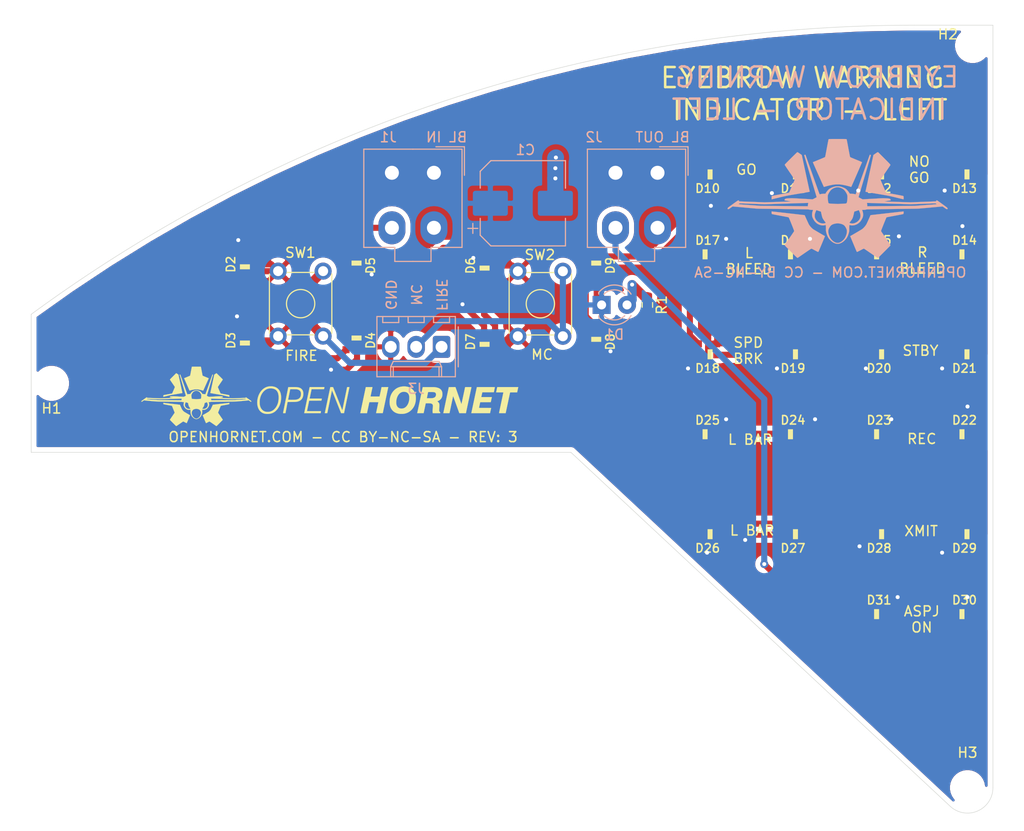
<source format=kicad_pcb>
(kicad_pcb (version 20171130) (host pcbnew "(5.1.9)-1")
  (layers (0 F.Cu signal) (31 B.Cu signal) (34 B.Paste user) (35 F.Paste user) (36 B.SilkS user) (37 F.SilkS user) (38 B.Mask user) (39 F.Mask user) (44 Edge.Cuts user))
  (net 0 "")
  (net 1 GND)
  (net 2 +5V)
  (net 3 "Net-(D1-Pad2)")
  (net 4 /DIN)
  (net 5 "Net-(D2-Pad1)")
  (net 6 "Net-(D3-Pad1)")
  (net 7 "Net-(D4-Pad1)")
  (net 8 "Net-(D5-Pad1)")
  (net 9 "Net-(D6-Pad1)")
  (net 10 "Net-(D7-Pad1)")
  (net 11 "Net-(D8-Pad1)")
  (net 12 /DOUT1)
  (net 13 "Net-(D10-Pad1)")
  (net 14 "Net-(D11-Pad1)")
  (net 15 "Net-(D12-Pad1)")
  (net 16 "Net-(D13-Pad1)")
  (net 17 "Net-(D14-Pad1)")
  (net 18 "Net-(D15-Pad1)")
  (net 19 "Net-(D16-Pad1)")
  (net 20 /DOUT2)
  (net 21 "Net-(D18-Pad1)")
  (net 22 "Net-(D19-Pad1)")
  (net 23 "Net-(D20-Pad1)")
  (net 24 "Net-(D21-Pad1)")
  (net 25 "Net-(D22-Pad1)")
  (net 26 "Net-(D23-Pad1)")
  (net 27 "Net-(D24-Pad1)")
  (net 28 /DOUT3)
  (net 29 "Net-(D26-Pad1)")
  (net 30 "Net-(D27-Pad1)")
  (net 31 "Net-(D28-Pad1)")
  (net 32 "Net-(D29-Pad1)")
  (net 33 "Net-(D30-Pad1)")
  (net 34 /DOUT)
  (net 35 /MC_SW)
  (net 36 /FIRE_SW)
  (module Button_Switch_THT:SW_TH_Tactile_Omron_B3F-10xx (layer F.Cu) (at 154.749499 83.492597 270)
    (fp_text reference SW2 (at -1.6383 2.2987 180) (layer F.SilkS))
    (fp_text value MC (at 8.3312 2.0828 180) (layer F.SilkS))
    (pad 1 thru_hole circle (at 0 0 270) (size 1.7 1.7) (drill 1) (layers *.Cu *.Mask) (net 35 /MC_SW))
    (pad 2 thru_hole circle (at 6.5 0 270) (size 1.7 1.7) (drill 1) (layers *.Cu *.Mask) (net 35 /MC_SW))
    (pad 3 thru_hole circle (at 0 4.5 270) (size 1.7 1.7) (drill 1) (layers *.Cu *.Mask) (net 1 GND))
    (pad 4 thru_hole circle (at 6.5 4.5 270) (size 1.7 1.7) (drill 1) (layers *.Cu *.Mask) (net 1 GND))
  )
  (module Button_Switch_THT:SW_TH_Tactile_Omron_B3F-10xx (layer F.Cu) (at 130.784599 83.479897 270)
    (fp_text reference SW1 (at -1.8415 2.2733 180) (layer F.SilkS))
    (fp_text value FIRE (at 8.4582 2.1717 180) (layer F.SilkS))
    (pad 1 thru_hole circle (at 0 0 270) (size 1.7 1.7) (drill 1) (layers *.Cu *.Mask) (net 36 /FIRE_SW))
    (pad 2 thru_hole circle (at 6.5 0 270) (size 1.7 1.7) (drill 1) (layers *.Cu *.Mask) (net 36 /FIRE_SW))
    (pad 3 thru_hole circle (at 0 4.5 270) (size 1.7 1.7) (drill 1) (layers *.Cu *.Mask) (net 1 GND))
    (pad 4 thru_hole circle (at 6.5 4.5 270) (size 1.7 1.7) (drill 1) (layers *.Cu *.Mask) (net 1 GND))
  )
  (module KiCAD_Libraries:WS2812-2020 (layer F.Cu) (at 186.359799 118.26875 180)
    (fp_text reference D31 (at 0 1.905) (layer F.SilkS) (effects (font (size 0.85 0.85))))
    (fp_text value LED hide)
    (pad 4 smd rect (at -0.915 0.55 180) (size 0.7 0.7) (layers F.Cu F.Paste F.Mask) (net 2 +5V))
    (pad 3 smd rect (at -0.915 -0.55 180) (size 0.7 0.7) (layers F.Cu F.Paste F.Mask) (net 33 "Net-(D30-Pad1)"))
    (pad 2 smd rect (at 0.915 -0.55 180) (size 0.7 0.7) (layers F.Cu F.Paste F.Mask) (net 1 GND))
    (pad 1 smd rect (at 0.915 0.55 180) (size 0.7 0.7) (layers F.Cu F.Paste F.Mask) (net 34 /DOUT))
  )
  (module KiCAD_Libraries:WS2812-2020 (layer F.Cu) (at 194.894199 118.26875 180)
    (fp_text reference D30 (at 0 1.905) (layer F.SilkS) (effects (font (size 0.85 0.85))))
    (fp_text value LED hide)
    (pad 4 smd rect (at -0.915 0.55 180) (size 0.7 0.7) (layers F.Cu F.Paste F.Mask) (net 2 +5V))
    (pad 3 smd rect (at -0.915 -0.55 180) (size 0.7 0.7) (layers F.Cu F.Paste F.Mask) (net 32 "Net-(D29-Pad1)"))
    (pad 2 smd rect (at 0.915 -0.55 180) (size 0.7 0.7) (layers F.Cu F.Paste F.Mask) (net 1 GND))
    (pad 1 smd rect (at 0.915 0.55 180) (size 0.7 0.7) (layers F.Cu F.Paste F.Mask) (net 33 "Net-(D30-Pad1)"))
  )
  (module KiCAD_Libraries:WS2812-2020 (layer F.Cu) (at 194.894199 109.27715)
    (fp_text reference D29 (at 0 1.905) (layer F.SilkS) (effects (font (size 0.85 0.85))))
    (fp_text value LED hide)
    (pad 4 smd rect (at -0.915 0.55) (size 0.7 0.7) (layers F.Cu F.Paste F.Mask) (net 2 +5V))
    (pad 3 smd rect (at -0.915 -0.55) (size 0.7 0.7) (layers F.Cu F.Paste F.Mask) (net 31 "Net-(D28-Pad1)"))
    (pad 2 smd rect (at 0.915 -0.55) (size 0.7 0.7) (layers F.Cu F.Paste F.Mask) (net 1 GND))
    (pad 1 smd rect (at 0.915 0.55) (size 0.7 0.7) (layers F.Cu F.Paste F.Mask) (net 32 "Net-(D29-Pad1)"))
  )
  (module KiCAD_Libraries:WS2812-2020 (layer F.Cu) (at 186.359799 109.27715)
    (fp_text reference D28 (at 0 1.905) (layer F.SilkS) (effects (font (size 0.85 0.85))))
    (fp_text value LED hide)
    (pad 4 smd rect (at -0.915 0.55) (size 0.7 0.7) (layers F.Cu F.Paste F.Mask) (net 2 +5V))
    (pad 3 smd rect (at -0.915 -0.55) (size 0.7 0.7) (layers F.Cu F.Paste F.Mask) (net 30 "Net-(D27-Pad1)"))
    (pad 2 smd rect (at 0.915 -0.55) (size 0.7 0.7) (layers F.Cu F.Paste F.Mask) (net 1 GND))
    (pad 1 smd rect (at 0.915 0.55) (size 0.7 0.7) (layers F.Cu F.Paste F.Mask) (net 31 "Net-(D28-Pad1)"))
  )
  (module KiCAD_Libraries:WS2812-2020 (layer F.Cu) (at 177.749199 109.27715)
    (fp_text reference D27 (at 0 1.905) (layer F.SilkS) (effects (font (size 0.85 0.85))))
    (fp_text value LED hide)
    (pad 4 smd rect (at -0.915 0.55) (size 0.7 0.7) (layers F.Cu F.Paste F.Mask) (net 2 +5V))
    (pad 3 smd rect (at -0.915 -0.55) (size 0.7 0.7) (layers F.Cu F.Paste F.Mask) (net 29 "Net-(D26-Pad1)"))
    (pad 2 smd rect (at 0.915 -0.55) (size 0.7 0.7) (layers F.Cu F.Paste F.Mask) (net 1 GND))
    (pad 1 smd rect (at 0.915 0.55) (size 0.7 0.7) (layers F.Cu F.Paste F.Mask) (net 30 "Net-(D27-Pad1)"))
  )
  (module KiCAD_Libraries:WS2812-2020 (layer F.Cu) (at 169.214799 109.27715)
    (fp_text reference D26 (at 0 1.905) (layer F.SilkS) (effects (font (size 0.85 0.85))))
    (fp_text value LED hide)
    (pad 4 smd rect (at -0.915 0.55) (size 0.7 0.7) (layers F.Cu F.Paste F.Mask) (net 2 +5V))
    (pad 3 smd rect (at -0.915 -0.55) (size 0.7 0.7) (layers F.Cu F.Paste F.Mask) (net 28 /DOUT3))
    (pad 2 smd rect (at 0.915 -0.55) (size 0.7 0.7) (layers F.Cu F.Paste F.Mask) (net 1 GND))
    (pad 1 smd rect (at 0.915 0.55) (size 0.7 0.7) (layers F.Cu F.Paste F.Mask) (net 29 "Net-(D26-Pad1)"))
  )
  (module KiCAD_Libraries:WS2812-2020 (layer F.Cu) (at 169.214799 100.28555 180)
    (fp_text reference D25 (at 0 1.905) (layer F.SilkS) (effects (font (size 0.85 0.85))))
    (fp_text value LED hide)
    (pad 4 smd rect (at -0.915 0.55 180) (size 0.7 0.7) (layers F.Cu F.Paste F.Mask) (net 2 +5V))
    (pad 3 smd rect (at -0.915 -0.55 180) (size 0.7 0.7) (layers F.Cu F.Paste F.Mask) (net 27 "Net-(D24-Pad1)"))
    (pad 2 smd rect (at 0.915 -0.55 180) (size 0.7 0.7) (layers F.Cu F.Paste F.Mask) (net 1 GND))
    (pad 1 smd rect (at 0.915 0.55 180) (size 0.7 0.7) (layers F.Cu F.Paste F.Mask) (net 28 /DOUT3))
  )
  (module KiCAD_Libraries:WS2812-2020 (layer F.Cu) (at 177.749199 100.28555 180)
    (fp_text reference D24 (at 0 1.905) (layer F.SilkS) (effects (font (size 0.85 0.85))))
    (fp_text value LED hide)
    (pad 4 smd rect (at -0.915 0.55 180) (size 0.7 0.7) (layers F.Cu F.Paste F.Mask) (net 2 +5V))
    (pad 3 smd rect (at -0.915 -0.55 180) (size 0.7 0.7) (layers F.Cu F.Paste F.Mask) (net 26 "Net-(D23-Pad1)"))
    (pad 2 smd rect (at 0.915 -0.55 180) (size 0.7 0.7) (layers F.Cu F.Paste F.Mask) (net 1 GND))
    (pad 1 smd rect (at 0.915 0.55 180) (size 0.7 0.7) (layers F.Cu F.Paste F.Mask) (net 27 "Net-(D24-Pad1)"))
  )
  (module KiCAD_Libraries:WS2812-2020 (layer F.Cu) (at 186.359799 100.28555 180)
    (fp_text reference D23 (at 0 1.905) (layer F.SilkS) (effects (font (size 0.85 0.85))))
    (fp_text value LED hide)
    (pad 4 smd rect (at -0.915 0.55 180) (size 0.7 0.7) (layers F.Cu F.Paste F.Mask) (net 2 +5V))
    (pad 3 smd rect (at -0.915 -0.55 180) (size 0.7 0.7) (layers F.Cu F.Paste F.Mask) (net 25 "Net-(D22-Pad1)"))
    (pad 2 smd rect (at 0.915 -0.55 180) (size 0.7 0.7) (layers F.Cu F.Paste F.Mask) (net 1 GND))
    (pad 1 smd rect (at 0.915 0.55 180) (size 0.7 0.7) (layers F.Cu F.Paste F.Mask) (net 26 "Net-(D23-Pad1)"))
  )
  (module KiCAD_Libraries:WS2812-2020 (layer F.Cu) (at 194.894199 100.28555 180)
    (fp_text reference D22 (at 0 1.905) (layer F.SilkS) (effects (font (size 0.85 0.85))))
    (fp_text value LED hide)
    (pad 4 smd rect (at -0.915 0.55 180) (size 0.7 0.7) (layers F.Cu F.Paste F.Mask) (net 2 +5V))
    (pad 3 smd rect (at -0.915 -0.55 180) (size 0.7 0.7) (layers F.Cu F.Paste F.Mask) (net 24 "Net-(D21-Pad1)"))
    (pad 2 smd rect (at 0.915 -0.55 180) (size 0.7 0.7) (layers F.Cu F.Paste F.Mask) (net 1 GND))
    (pad 1 smd rect (at 0.915 0.55 180) (size 0.7 0.7) (layers F.Cu F.Paste F.Mask) (net 25 "Net-(D22-Pad1)"))
  )
  (module KiCAD_Libraries:WS2812-2020 (layer F.Cu) (at 194.894199 91.29395)
    (fp_text reference D21 (at 0 1.905) (layer F.SilkS) (effects (font (size 0.85 0.85))))
    (fp_text value LED hide)
    (pad 4 smd rect (at -0.915 0.55) (size 0.7 0.7) (layers F.Cu F.Paste F.Mask) (net 2 +5V))
    (pad 3 smd rect (at -0.915 -0.55) (size 0.7 0.7) (layers F.Cu F.Paste F.Mask) (net 23 "Net-(D20-Pad1)"))
    (pad 2 smd rect (at 0.915 -0.55) (size 0.7 0.7) (layers F.Cu F.Paste F.Mask) (net 1 GND))
    (pad 1 smd rect (at 0.915 0.55) (size 0.7 0.7) (layers F.Cu F.Paste F.Mask) (net 24 "Net-(D21-Pad1)"))
  )
  (module KiCAD_Libraries:WS2812-2020 (layer F.Cu) (at 186.359799 91.29395)
    (fp_text reference D20 (at 0 1.905) (layer F.SilkS) (effects (font (size 0.85 0.85))))
    (fp_text value LED hide)
    (pad 4 smd rect (at -0.915 0.55) (size 0.7 0.7) (layers F.Cu F.Paste F.Mask) (net 2 +5V))
    (pad 3 smd rect (at -0.915 -0.55) (size 0.7 0.7) (layers F.Cu F.Paste F.Mask) (net 22 "Net-(D19-Pad1)"))
    (pad 2 smd rect (at 0.915 -0.55) (size 0.7 0.7) (layers F.Cu F.Paste F.Mask) (net 1 GND))
    (pad 1 smd rect (at 0.915 0.55) (size 0.7 0.7) (layers F.Cu F.Paste F.Mask) (net 23 "Net-(D20-Pad1)"))
  )
  (module KiCAD_Libraries:WS2812-2020 (layer F.Cu) (at 177.749199 91.29395)
    (fp_text reference D19 (at 0 1.905) (layer F.SilkS) (effects (font (size 0.85 0.85))))
    (fp_text value LED hide)
    (pad 4 smd rect (at -0.915 0.55) (size 0.7 0.7) (layers F.Cu F.Paste F.Mask) (net 2 +5V))
    (pad 3 smd rect (at -0.915 -0.55) (size 0.7 0.7) (layers F.Cu F.Paste F.Mask) (net 21 "Net-(D18-Pad1)"))
    (pad 2 smd rect (at 0.915 -0.55) (size 0.7 0.7) (layers F.Cu F.Paste F.Mask) (net 1 GND))
    (pad 1 smd rect (at 0.915 0.55) (size 0.7 0.7) (layers F.Cu F.Paste F.Mask) (net 22 "Net-(D19-Pad1)"))
  )
  (module KiCAD_Libraries:WS2812-2020 (layer F.Cu) (at 169.214799 91.29395)
    (fp_text reference D18 (at 0 1.905) (layer F.SilkS) (effects (font (size 0.85 0.85))))
    (fp_text value LED hide)
    (pad 4 smd rect (at -0.915 0.55) (size 0.7 0.7) (layers F.Cu F.Paste F.Mask) (net 2 +5V))
    (pad 3 smd rect (at -0.915 -0.55) (size 0.7 0.7) (layers F.Cu F.Paste F.Mask) (net 20 /DOUT2))
    (pad 2 smd rect (at 0.915 -0.55) (size 0.7 0.7) (layers F.Cu F.Paste F.Mask) (net 1 GND))
    (pad 1 smd rect (at 0.915 0.55) (size 0.7 0.7) (layers F.Cu F.Paste F.Mask) (net 21 "Net-(D18-Pad1)"))
  )
  (module KiCAD_Libraries:WS2812-2020 (layer F.Cu) (at 169.214799 82.302351 180)
    (fp_text reference D17 (at 0 1.905) (layer F.SilkS) (effects (font (size 0.85 0.85))))
    (fp_text value LED hide)
    (pad 4 smd rect (at -0.915 0.55 180) (size 0.7 0.7) (layers F.Cu F.Paste F.Mask) (net 2 +5V))
    (pad 3 smd rect (at -0.915 -0.55 180) (size 0.7 0.7) (layers F.Cu F.Paste F.Mask) (net 19 "Net-(D16-Pad1)"))
    (pad 2 smd rect (at 0.915 -0.55 180) (size 0.7 0.7) (layers F.Cu F.Paste F.Mask) (net 1 GND))
    (pad 1 smd rect (at 0.915 0.55 180) (size 0.7 0.7) (layers F.Cu F.Paste F.Mask) (net 20 /DOUT2))
  )
  (module KiCAD_Libraries:WS2812-2020 (layer F.Cu) (at 177.749199 82.302351 180)
    (fp_text reference D16 (at 0 1.905) (layer F.SilkS) (effects (font (size 0.85 0.85))))
    (fp_text value LED hide)
    (pad 4 smd rect (at -0.915 0.55 180) (size 0.7 0.7) (layers F.Cu F.Paste F.Mask) (net 2 +5V))
    (pad 3 smd rect (at -0.915 -0.55 180) (size 0.7 0.7) (layers F.Cu F.Paste F.Mask) (net 18 "Net-(D15-Pad1)"))
    (pad 2 smd rect (at 0.915 -0.55 180) (size 0.7 0.7) (layers F.Cu F.Paste F.Mask) (net 1 GND))
    (pad 1 smd rect (at 0.915 0.55 180) (size 0.7 0.7) (layers F.Cu F.Paste F.Mask) (net 19 "Net-(D16-Pad1)"))
  )
  (module KiCAD_Libraries:WS2812-2020 (layer F.Cu) (at 186.359799 82.302351 180)
    (fp_text reference D15 (at 0 1.905) (layer F.SilkS) (effects (font (size 0.85 0.85))))
    (fp_text value LED hide)
    (pad 4 smd rect (at -0.915 0.55 180) (size 0.7 0.7) (layers F.Cu F.Paste F.Mask) (net 2 +5V))
    (pad 3 smd rect (at -0.915 -0.55 180) (size 0.7 0.7) (layers F.Cu F.Paste F.Mask) (net 17 "Net-(D14-Pad1)"))
    (pad 2 smd rect (at 0.915 -0.55 180) (size 0.7 0.7) (layers F.Cu F.Paste F.Mask) (net 1 GND))
    (pad 1 smd rect (at 0.915 0.55 180) (size 0.7 0.7) (layers F.Cu F.Paste F.Mask) (net 18 "Net-(D15-Pad1)"))
  )
  (module KiCAD_Libraries:WS2812-2020 (layer F.Cu) (at 194.894199 82.302351 180)
    (fp_text reference D14 (at 0 1.905) (layer F.SilkS) (effects (font (size 0.85 0.85))))
    (fp_text value LED hide)
    (pad 4 smd rect (at -0.915 0.55 180) (size 0.7 0.7) (layers F.Cu F.Paste F.Mask) (net 2 +5V))
    (pad 3 smd rect (at -0.915 -0.55 180) (size 0.7 0.7) (layers F.Cu F.Paste F.Mask) (net 16 "Net-(D13-Pad1)"))
    (pad 2 smd rect (at 0.915 -0.55 180) (size 0.7 0.7) (layers F.Cu F.Paste F.Mask) (net 1 GND))
    (pad 1 smd rect (at 0.915 0.55 180) (size 0.7 0.7) (layers F.Cu F.Paste F.Mask) (net 17 "Net-(D14-Pad1)"))
  )
  (module KiCAD_Libraries:WS2812-2020 (layer F.Cu) (at 194.894199 73.310751)
    (fp_text reference D13 (at 0 1.905) (layer F.SilkS) (effects (font (size 0.85 0.85))))
    (fp_text value LED hide)
    (pad 4 smd rect (at -0.915 0.55) (size 0.7 0.7) (layers F.Cu F.Paste F.Mask) (net 2 +5V))
    (pad 3 smd rect (at -0.915 -0.55) (size 0.7 0.7) (layers F.Cu F.Paste F.Mask) (net 15 "Net-(D12-Pad1)"))
    (pad 2 smd rect (at 0.915 -0.55) (size 0.7 0.7) (layers F.Cu F.Paste F.Mask) (net 1 GND))
    (pad 1 smd rect (at 0.915 0.55) (size 0.7 0.7) (layers F.Cu F.Paste F.Mask) (net 16 "Net-(D13-Pad1)"))
  )
  (module KiCAD_Libraries:WS2812-2020 (layer F.Cu) (at 186.359799 73.310751)
    (fp_text reference D12 (at 0 1.905) (layer F.SilkS) (effects (font (size 0.85 0.85))))
    (fp_text value LED hide)
    (pad 4 smd rect (at -0.915 0.55) (size 0.7 0.7) (layers F.Cu F.Paste F.Mask) (net 2 +5V))
    (pad 3 smd rect (at -0.915 -0.55) (size 0.7 0.7) (layers F.Cu F.Paste F.Mask) (net 14 "Net-(D11-Pad1)"))
    (pad 2 smd rect (at 0.915 -0.55) (size 0.7 0.7) (layers F.Cu F.Paste F.Mask) (net 1 GND))
    (pad 1 smd rect (at 0.915 0.55) (size 0.7 0.7) (layers F.Cu F.Paste F.Mask) (net 15 "Net-(D12-Pad1)"))
  )
  (module KiCAD_Libraries:WS2812-2020 (layer F.Cu) (at 177.749199 73.31075)
    (fp_text reference D11 (at 0 1.905) (layer F.SilkS) (effects (font (size 0.85 0.85))))
    (fp_text value LED hide)
    (pad 4 smd rect (at -0.915 0.55) (size 0.7 0.7) (layers F.Cu F.Paste F.Mask) (net 2 +5V))
    (pad 3 smd rect (at -0.915 -0.55) (size 0.7 0.7) (layers F.Cu F.Paste F.Mask) (net 13 "Net-(D10-Pad1)"))
    (pad 2 smd rect (at 0.915 -0.55) (size 0.7 0.7) (layers F.Cu F.Paste F.Mask) (net 1 GND))
    (pad 1 smd rect (at 0.915 0.55) (size 0.7 0.7) (layers F.Cu F.Paste F.Mask) (net 14 "Net-(D11-Pad1)"))
  )
  (module KiCAD_Libraries:WS2812-2020 (layer F.Cu) (at 169.214799 73.31075)
    (fp_text reference D10 (at 0 1.905) (layer F.SilkS) (effects (font (size 0.85 0.85))))
    (fp_text value LED hide)
    (pad 4 smd rect (at -0.915 0.55) (size 0.7 0.7) (layers F.Cu F.Paste F.Mask) (net 2 +5V))
    (pad 3 smd rect (at -0.915 -0.55) (size 0.7 0.7) (layers F.Cu F.Paste F.Mask) (net 12 /DOUT1))
    (pad 2 smd rect (at 0.915 -0.55) (size 0.7 0.7) (layers F.Cu F.Paste F.Mask) (net 1 GND))
    (pad 1 smd rect (at 0.915 0.55) (size 0.7 0.7) (layers F.Cu F.Paste F.Mask) (net 13 "Net-(D10-Pad1)"))
  )
  (module KiCAD_Libraries:WS2812-2020 (layer F.Cu) (at 157.583249 82.928149 90)
    (fp_text reference D9 (at 0 1.905 90) (layer F.SilkS) (effects (font (size 0.85 0.85))))
    (fp_text value LED hide)
    (pad 4 smd rect (at -0.915 0.55 90) (size 0.7 0.7) (layers F.Cu F.Paste F.Mask) (net 2 +5V))
    (pad 3 smd rect (at -0.915 -0.55 90) (size 0.7 0.7) (layers F.Cu F.Paste F.Mask) (net 11 "Net-(D8-Pad1)"))
    (pad 2 smd rect (at 0.915 -0.55 90) (size 0.7 0.7) (layers F.Cu F.Paste F.Mask) (net 1 GND))
    (pad 1 smd rect (at 0.915 0.55 90) (size 0.7 0.7) (layers F.Cu F.Paste F.Mask) (net 12 /DOUT1))
  )
  (module KiCAD_Libraries:WS2812-2020 (layer F.Cu) (at 157.583249 90.548149 90)
    (fp_text reference D8 (at 0 1.905 90) (layer F.SilkS) (effects (font (size 0.85 0.85))))
    (fp_text value LED hide)
    (pad 4 smd rect (at -0.915 0.55 90) (size 0.7 0.7) (layers F.Cu F.Paste F.Mask) (net 2 +5V))
    (pad 3 smd rect (at -0.915 -0.55 90) (size 0.7 0.7) (layers F.Cu F.Paste F.Mask) (net 10 "Net-(D7-Pad1)"))
    (pad 2 smd rect (at 0.915 -0.55 90) (size 0.7 0.7) (layers F.Cu F.Paste F.Mask) (net 1 GND))
    (pad 1 smd rect (at 0.915 0.55 90) (size 0.7 0.7) (layers F.Cu F.Paste F.Mask) (net 11 "Net-(D8-Pad1)"))
  )
  (module KiCAD_Libraries:WS2812-2020 (layer F.Cu) (at 147.423249 90.548149 270)
    (fp_text reference D7 (at 0 1.905 90) (layer F.SilkS) (effects (font (size 0.85 0.85))))
    (fp_text value LED hide)
    (pad 4 smd rect (at -0.915 0.55 270) (size 0.7 0.7) (layers F.Cu F.Paste F.Mask) (net 2 +5V))
    (pad 3 smd rect (at -0.915 -0.55 270) (size 0.7 0.7) (layers F.Cu F.Paste F.Mask) (net 9 "Net-(D6-Pad1)"))
    (pad 2 smd rect (at 0.915 -0.55 270) (size 0.7 0.7) (layers F.Cu F.Paste F.Mask) (net 1 GND))
    (pad 1 smd rect (at 0.915 0.55 270) (size 0.7 0.7) (layers F.Cu F.Paste F.Mask) (net 10 "Net-(D7-Pad1)"))
  )
  (module KiCAD_Libraries:WS2812-2020 (layer F.Cu) (at 147.423249 82.928149 270)
    (fp_text reference D6 (at 0 1.905 90) (layer F.SilkS) (effects (font (size 0.85 0.85))))
    (fp_text value LED hide)
    (pad 4 smd rect (at -0.915 0.55 270) (size 0.7 0.7) (layers F.Cu F.Paste F.Mask) (net 2 +5V))
    (pad 3 smd rect (at -0.915 -0.55 270) (size 0.7 0.7) (layers F.Cu F.Paste F.Mask) (net 8 "Net-(D5-Pad1)"))
    (pad 2 smd rect (at 0.915 -0.55 270) (size 0.7 0.7) (layers F.Cu F.Paste F.Mask) (net 1 GND))
    (pad 1 smd rect (at 0.915 0.55 270) (size 0.7 0.7) (layers F.Cu F.Paste F.Mask) (net 9 "Net-(D6-Pad1)"))
  )
  (module KiCAD_Libraries:WS2812-2020 (layer F.Cu) (at 133.623249 82.928149 90)
    (fp_text reference D5 (at 0 1.905 90) (layer F.SilkS) (effects (font (size 0.85 0.85))))
    (fp_text value LED hide)
    (pad 4 smd rect (at -0.915 0.55 90) (size 0.7 0.7) (layers F.Cu F.Paste F.Mask) (net 2 +5V))
    (pad 3 smd rect (at -0.915 -0.55 90) (size 0.7 0.7) (layers F.Cu F.Paste F.Mask) (net 7 "Net-(D4-Pad1)"))
    (pad 2 smd rect (at 0.915 -0.55 90) (size 0.7 0.7) (layers F.Cu F.Paste F.Mask) (net 1 GND))
    (pad 1 smd rect (at 0.915 0.55 90) (size 0.7 0.7) (layers F.Cu F.Paste F.Mask) (net 8 "Net-(D5-Pad1)"))
  )
  (module KiCAD_Libraries:WS2812-2020 (layer F.Cu) (at 133.623249 90.418093 90)
    (fp_text reference D4 (at 0 1.905 90) (layer F.SilkS) (effects (font (size 0.85 0.85))))
    (fp_text value LED hide)
    (pad 4 smd rect (at -0.915 0.55 90) (size 0.7 0.7) (layers F.Cu F.Paste F.Mask) (net 2 +5V))
    (pad 3 smd rect (at -0.915 -0.55 90) (size 0.7 0.7) (layers F.Cu F.Paste F.Mask) (net 6 "Net-(D3-Pad1)"))
    (pad 2 smd rect (at 0.915 -0.55 90) (size 0.7 0.7) (layers F.Cu F.Paste F.Mask) (net 1 GND))
    (pad 1 smd rect (at 0.915 0.55 90) (size 0.7 0.7) (layers F.Cu F.Paste F.Mask) (net 7 "Net-(D4-Pad1)"))
  )
  (module KiCAD_Libraries:WS2812-2020 (layer F.Cu) (at 123.463249 90.418093 270)
    (fp_text reference D3 (at 0 1.905 90) (layer F.SilkS) (effects (font (size 0.85 0.85))))
    (fp_text value LED hide)
    (pad 4 smd rect (at -0.915 0.55 270) (size 0.7 0.7) (layers F.Cu F.Paste F.Mask) (net 2 +5V))
    (pad 3 smd rect (at -0.915 -0.55 270) (size 0.7 0.7) (layers F.Cu F.Paste F.Mask) (net 5 "Net-(D2-Pad1)"))
    (pad 2 smd rect (at 0.915 -0.55 270) (size 0.7 0.7) (layers F.Cu F.Paste F.Mask) (net 1 GND))
    (pad 1 smd rect (at 0.915 0.55 270) (size 0.7 0.7) (layers F.Cu F.Paste F.Mask) (net 6 "Net-(D3-Pad1)"))
  )
  (module KiCAD_Libraries:WS2812-2020 (layer F.Cu) (at 123.463249 82.798093 270)
    (fp_text reference D2 (at 0 1.905 90) (layer F.SilkS) (effects (font (size 0.85 0.85))))
    (fp_text value LED hide)
    (pad 4 smd rect (at -0.915 0.55 270) (size 0.7 0.7) (layers F.Cu F.Paste F.Mask) (net 2 +5V))
    (pad 3 smd rect (at -0.915 -0.55 270) (size 0.7 0.7) (layers F.Cu F.Paste F.Mask) (net 4 /DIN))
    (pad 2 smd rect (at 0.915 -0.55 270) (size 0.7 0.7) (layers F.Cu F.Paste F.Mask) (net 1 GND))
    (pad 1 smd rect (at 0.915 0.55 270) (size 0.7 0.7) (layers F.Cu F.Paste F.Mask) (net 5 "Net-(D2-Pad1)"))
  )
  (module "KiCAD Libraries:OH_LOGO_ONLY_22mm_12mm" (layer B.Cu) (at 182.244999 76.317097 180)
    (fp_text reference G*** hide)
    (fp_text value LOGO hide)
  )
  (module "KiCAD Libraries:OH_LOGO_37.7mm_5.9mm" (layer F.Cu) (at 131.444999 96.002097)
    (fp_text reference G*** hide)
    (fp_text value LOGO hide)
  )
  (module Resistor_SMD:R_0603_1608Metric (layer F.Cu) (at 163.194999 86.858097 270)
    (fp_text reference R1 (at 0 -1.43 270) (layer F.SilkS))
    (fp_text value R)
    (pad 2 smd roundrect (at 0.825 0 270) (size 0.8 0.95) (layers F.Cu F.Paste F.Mask) (net 1 GND))
    (pad 1 smd roundrect (at -0.825 0 270) (size 0.8 0.95) (layers F.Cu F.Paste F.Mask) (net 3 "Net-(D1-Pad2)"))
  )
  (module Connector_Molex:Molex_KK-254_AE-6410-03A_1x03_P2.54mm_Vertical (layer B.Cu) (at 142.620999 91.049097 180)
    (fp_text reference J3 (at 2.54 -4.191) (layer B.SilkS) (effects (justify mirror)))
    (fp_text value SW)
    (pad 3 thru_hole oval (at 5.08 0 180) (size 1.74 2.19) (drill 1.19) (layers *.Cu *.Mask) (net 1 GND))
    (pad 2 thru_hole oval (at 2.54 0 180) (size 1.74 2.19) (drill 1.19) (layers *.Cu *.Mask) (net 35 /MC_SW))
    (pad 1 thru_hole roundrect (at 0 0 180) (size 1.74 2.19) (drill 1.19) (layers *.Cu *.Mask) (roundrect_rratio 0.1436775862068966) (net 36 /FIRE_SW))
  )
  (module Connector_Molex:Molex_Mini-Fit_Jr_5566-04A_2x02_P4.20mm_Vertical (layer B.Cu) (at 164.210999 73.650097 180)
    (fp_text reference J2 (at 6.35 3.556) (layer B.SilkS) (effects (justify mirror)))
    (fp_text value "BL OUT" (at -0.508 3.556) (layer B.SilkS) (effects (justify mirror)))
    (pad 4 thru_hole oval (at 4.2 -5.5 180) (size 2.7 3.3) (drill 1.4) (layers *.Cu *.Mask) (net 34 /DOUT))
    (pad 3 thru_hole oval (at 0 -5.5 180) (size 2.7 3.3) (drill 1.4) (layers *.Cu *.Mask) (net 1 GND))
    (pad 2 thru_hole oval (at 4.2 0 180) (size 2.7 3.3) (drill 1.4) (layers *.Cu *.Mask) (net 2 +5V))
    (pad 1 thru_hole roundrect (at 0 0 180) (size 2.7 3.3) (drill 1.4) (layers *.Cu *.Mask) (roundrect_rratio 0.09259296296296296) (net 2 +5V))
  )
  (module Connector_Molex:Molex_Mini-Fit_Jr_5566-04A_2x02_P4.20mm_Vertical (layer B.Cu) (at 141.858999 73.650097 180)
    (fp_text reference J1 (at 4.572 3.556) (layer B.SilkS) (effects (justify mirror)))
    (fp_text value "BL IN" (at -1.27 3.556) (layer B.SilkS) (effects (justify mirror)))
    (pad 4 thru_hole oval (at 4.2 -5.5 180) (size 2.7 3.3) (drill 1.4) (layers *.Cu *.Mask) (net 4 /DIN))
    (pad 3 thru_hole oval (at 0 -5.5 180) (size 2.7 3.3) (drill 1.4) (layers *.Cu *.Mask) (net 1 GND))
    (pad 2 thru_hole oval (at 4.2 0 180) (size 2.7 3.3) (drill 1.4) (layers *.Cu *.Mask) (net 2 +5V))
    (pad 1 thru_hole roundrect (at 0 0 180) (size 2.7 3.3) (drill 1.4) (layers *.Cu *.Mask) (roundrect_rratio 0.09259296296296296) (net 2 +5V))
  )
  (module MountingHole:MountingHole_2.5mm (layer F.Cu) (at 195.198999 135.118097)
    (fp_text reference H3 (at 0 -3.5) (layer F.SilkS))
    (fp_text value MountingHole)
    (pad 1 np_thru_hole circle (at 0 0) (size 2.5 2.5) (drill 2.5) (layers *.Cu *.Mask))
  )
  (module MountingHole:MountingHole_2.5mm (layer F.Cu) (at 195.706999 60.928251)
    (fp_text reference H2 (at -2.4765 -1.121154) (layer F.SilkS))
    (fp_text value MountingHole)
    (pad 1 np_thru_hole circle (at 0 0) (size 2.5 2.5) (drill 2.5) (layers *.Cu *.Mask))
  )
  (module MountingHole:MountingHole_2.5mm (layer F.Cu) (at 103.632 94.699611)
    (fp_text reference H1 (at 0 2.508986) (layer F.SilkS))
    (fp_text value MountingHole)
    (pad 1 np_thru_hole circle (at 0 0) (size 2.5 2.5) (drill 2.5) (layers *.Cu *.Mask))
  )
  (module LED_THT:LED_D3.0mm (layer B.Cu) (at 158.622999 86.858097)
    (fp_text reference D1 (at 1.27 2.96) (layer B.SilkS) (effects (justify mirror)))
    (fp_text value PWR)
    (pad 2 thru_hole circle (at 2.54 0) (size 1.8 1.8) (drill 0.9) (layers *.Cu *.Mask) (net 3 "Net-(D1-Pad2)"))
    (pad 1 thru_hole rect (at 0 0) (size 1.8 1.8) (drill 0.9) (layers *.Cu *.Mask) (net 2 +5V))
  )
  (module Capacitor_SMD:CP_Elec_8x10 (layer B.Cu) (at 150.748999 76.698097)
    (fp_text reference C1 (at 0.254 -5.334) (layer B.SilkS) (effects (justify mirror)))
    (fp_text value "1000 nF")
    (pad 2 smd roundrect (at 3.25 0) (size 3.5 2.5) (layers B.Cu B.Paste B.Mask) (roundrect_rratio 0.1) (net 1 GND))
    (pad 1 smd roundrect (at -3.25 0) (size 3.5 2.5) (layers B.Cu B.Paste B.Mask) (roundrect_rratio 0.1) (net 2 +5V))
  )
  (gr_text "EYEBROW WARNING \nINDICATOR - LEFT" (at 179.387499 65.712597) (layer B.SilkS) (effects (font (size 2 2) (thickness 0.25)) (justify mirror)))
  (gr_text "OPENHORNET.COM - CC BY-NC-SA" (at 181.482999 83.619597) (layer B.SilkS) (effects (font (size 1 1)) (justify mirror)))
  (gr_text "ASPJ\nON" (at 190.626999 118.290597) (layer F.SilkS) (effects (font (size 1 1))))
  (gr_text XMIT (at 190.563499 109.464097) (layer F.SilkS) (effects (font (size 1 1))))
  (gr_text "L BAR" (at 173.672499 109.400597) (layer F.SilkS) (effects (font (size 1 1))))
  (gr_text REC (at 190.626999 100.256597) (layer F.SilkS) (effects (font (size 1 1))))
  (gr_text "L BAR" (at 173.481999 100.320097) (layer F.SilkS) (effects (font (size 1 1))))
  (gr_text STBY (at 190.499999 91.430097) (layer F.SilkS) (effects (font (size 1 1))))
  (gr_text "SPD\nBRK" (at 173.291499 91.430097) (layer F.SilkS) (effects (font (size 1 1))))
  (gr_text "R\nBLEED" (at 190.690499 82.413097) (layer F.SilkS) (effects (font (size 1 1))))
  (gr_text "L\nBLEED" (at 173.354999 82.476597) (layer F.SilkS) (effects (font (size 1 1))))
  (gr_text "NO\nGO" (at 190.372999 73.332597) (layer F.SilkS) (effects (font (size 1 1))))
  (gr_text GO (at 173.100999 73.332597) (layer F.SilkS) (effects (font (size 1 1))))
  (gr_text "EYEBROW WARNING \nINDICATOR - LEFT" (at 179.450999 65.776097) (layer F.SilkS) (effects (font (size 2 2) (thickness 0.25))))
  (gr_text FIRE (at 142.620999 85.842097 -90) (layer B.SilkS) (effects (font (size 1 1)) (justify mirror)))
  (gr_text MC (at 140.080999 85.842097 -90) (layer B.SilkS) (effects (font (size 1 1)) (justify mirror)))
  (gr_text GND (at 137.540999 85.842097 270) (layer B.SilkS) (effects (font (size 1 1)) (justify mirror)))
  (gr_text "OPENHORNET.COM - CC BY-NC-SA - REV: 3" (at 132.778499 100.066097) (layer F.SilkS) (effects (font (size 1 1))))
  (gr_arc (start 195.198999 135.118097) (end 193.466103 136.975157) (angle -133.0191311) (layer Edge.Cuts) (width 0.05))
  (gr_line (start 101.6 87.799222) (end 101.6 101.6) (layer Edge.Cuts) (width 0.05))
  (gr_arc (start 189.864999 208.121249) (end 189.864999 58.89625) (angle -36.2627691) (layer Edge.Cuts) (width 0.05))
  (gr_line (start 155.556277 101.6) (end 193.466103 136.975157) (layer Edge.Cuts) (width 0.05))
  (gr_line (start 197.738999 135.118097) (end 197.738999 58.89625) (layer Edge.Cuts) (width 0.05))
  (gr_line (start 197.738999 58.89625) (end 189.864999 58.89625) (layer Edge.Cuts) (width 0.05))
  (gr_line (start 101.6 101.6) (end 155.556277 101.6) (layer Edge.Cuts) (width 0.05))
  (via (at 154.050999 72.126097) (size 0.8) (drill 0.4) (layers F.Cu B.Cu) (net 1))
  (via (at 153.998999 74.210097) (size 0.8) (drill 0.4) (layers F.Cu B.Cu) (net 1))
  (segment (start 153.998999 74.210097) (end 153.998999 73.194097) (width 1.6256) (layer B.Cu) (net 1))
  (via (at 153.998999 73.194097) (size 0.8) (drill 0.4) (layers F.Cu B.Cu) (net 1))
  (segment (start 153.998999 73.194097) (end 153.998999 72.178097) (width 1.6256) (layer B.Cu) (net 1))
  (segment (start 153.998999 76.698097) (end 153.998999 74.210097) (width 1.6256) (layer B.Cu) (net 1))
  (segment (start 153.998999 72.178097) (end 154.050999 72.126097) (width 1.6256) (layer B.Cu) (net 1))
  (segment (start 126.293249 89.988149) (end 125.867301 90.414097) (width 0.6096) (layer F.Cu) (net 1))
  (segment (start 125.867301 90.414097) (end 122.215611 90.414097) (width 0.6096) (layer F.Cu) (net 1))
  (segment (start 124.238193 83.488149) (end 124.013249 83.713093) (width 0.6096) (layer F.Cu) (net 1))
  (segment (start 126.293249 83.488149) (end 124.238193 83.488149) (width 0.6096) (layer F.Cu) (net 1))
  (segment (start 126.293249 83.488149) (end 125.599197 82.794097) (width 0.6096) (layer F.Cu) (net 1))
  (segment (start 125.599197 82.794097) (end 121.538999 82.794097) (width 0.6096) (layer F.Cu) (net 1))
  (segment (start 149.448249 89.988149) (end 147.973249 91.463149) (width 0.6096) (layer F.Cu) (net 1))
  (segment (start 150.253249 89.988149) (end 149.448249 89.988149) (width 0.6096) (layer F.Cu) (net 1))
  (segment (start 149.753448 90.48795) (end 144.853852 90.48795) (width 0.6096) (layer F.Cu) (net 1))
  (segment (start 150.253249 89.988149) (end 149.753448 90.48795) (width 0.6096) (layer F.Cu) (net 1))
  (segment (start 133.073249 90.011735) (end 133.475611 90.414097) (width 0.6096) (layer F.Cu) (net 1))
  (segment (start 133.475611 90.414097) (end 135.762999 90.414097) (width 0.6096) (layer F.Cu) (net 1))
  (segment (start 133.073249 89.503093) (end 133.073249 90.011735) (width 0.6096) (layer F.Cu) (net 1))
  (segment (start 149.686197 82.921097) (end 146.373107 82.921097) (width 0.6096) (layer F.Cu) (net 1))
  (segment (start 150.253249 83.488149) (end 149.686197 82.921097) (width 0.6096) (layer F.Cu) (net 1))
  (segment (start 145.176801 83.063899) (end 145.033999 82.921097) (width 0.6096) (layer F.Cu) (net 1))
  (segment (start 146.373107 82.921097) (end 146.230305 83.063899) (width 0.6096) (layer F.Cu) (net 1))
  (segment (start 146.230305 83.063899) (end 145.176801 83.063899) (width 0.6096) (layer F.Cu) (net 1))
  (segment (start 124.948305 91.333093) (end 126.293249 89.988149) (width 0.6096) (layer F.Cu) (net 1))
  (segment (start 124.013249 91.333093) (end 124.948305 91.333093) (width 0.6096) (layer F.Cu) (net 1))
  (segment (start 157.033249 90.141791) (end 157.432555 90.541097) (width 0.6096) (layer F.Cu) (net 1))
  (segment (start 157.432555 90.541097) (end 159.257999 90.541097) (width 0.6096) (layer F.Cu) (net 1))
  (segment (start 157.033249 89.633149) (end 157.033249 90.141791) (width 0.6096) (layer F.Cu) (net 1))
  (segment (start 185.953441 118.81875) (end 186.308999 118.463192) (width 0.6096) (layer F.Cu) (net 1))
  (segment (start 186.308999 118.463192) (end 186.308999 116.322097) (width 0.6096) (layer F.Cu) (net 1))
  (segment (start 185.444799 118.81875) (end 185.953441 118.81875) (width 0.6096) (layer F.Cu) (net 1))
  (segment (start 194.73304 116.863949) (end 193.962851 116.863949) (width 0.6096) (layer F.Cu) (net 1))
  (segment (start 193.962851 116.863949) (end 193.420999 116.322097) (width 0.6096) (layer F.Cu) (net 1))
  (segment (start 193.979199 118.81875) (end 194.487841 118.81875) (width 0.6096) (layer F.Cu) (net 1))
  (segment (start 194.487841 118.81875) (end 194.834 118.472591) (width 0.6096) (layer F.Cu) (net 1))
  (segment (start 194.834 118.472591) (end 194.834 116.964909) (width 0.6096) (layer F.Cu) (net 1))
  (segment (start 194.834 116.964909) (end 194.73304 116.863949) (width 0.6096) (layer F.Cu) (net 1))
  (segment (start 186.419998 109.073309) (end 186.419998 111.099096) (width 0.6096) (layer F.Cu) (net 1))
  (segment (start 186.419998 111.099096) (end 186.816999 111.496097) (width 0.6096) (layer F.Cu) (net 1))
  (segment (start 187.274799 108.72715) (end 186.766157 108.72715) (width 0.6096) (layer F.Cu) (net 1))
  (segment (start 186.766157 108.72715) (end 186.419998 109.073309) (width 0.6096) (layer F.Cu) (net 1))
  (segment (start 195.300557 108.72715) (end 194.944999 109.082708) (width 0.6096) (layer F.Cu) (net 1))
  (segment (start 194.944999 109.082708) (end 194.944999 111.750097) (width 0.6096) (layer F.Cu) (net 1))
  (segment (start 195.809199 108.72715) (end 195.300557 108.72715) (width 0.6096) (layer F.Cu) (net 1))
  (segment (start 177.689 108.742749) (end 177.689 111.004098) (width 0.6096) (layer F.Cu) (net 1))
  (segment (start 177.689 111.004098) (end 177.926999 111.242097) (width 0.6096) (layer F.Cu) (net 1))
  (segment (start 178.664199 108.72715) (end 177.704599 108.72715) (width 0.6096) (layer F.Cu) (net 1))
  (segment (start 177.704599 108.72715) (end 177.689 108.742749) (width 0.6096) (layer F.Cu) (net 1))
  (segment (start 169.1546 100.489391) (end 169.1546 98.405698) (width 0.6096) (layer F.Cu) (net 1))
  (segment (start 169.1546 98.405698) (end 169.1546 102.215698) (width 0.6096) (layer F.Cu) (net 1))
  (segment (start 168.299799 100.83555) (end 168.808441 100.83555) (width 0.6096) (layer F.Cu) (net 1))
  (segment (start 168.808441 100.83555) (end 169.1546 100.489391) (width 0.6096) (layer F.Cu) (net 1))
  (segment (start 177.689 100.489391) (end 177.689 98.050098) (width 0.6096) (layer F.Cu) (net 1))
  (segment (start 177.689 98.050098) (end 177.689 102.336096) (width 0.6096) (layer F.Cu) (net 1))
  (segment (start 176.834199 100.83555) (end 177.342841 100.83555) (width 0.6096) (layer F.Cu) (net 1))
  (segment (start 177.342841 100.83555) (end 177.689 100.489391) (width 0.6096) (layer F.Cu) (net 1))
  (segment (start 186.2996 100.489391) (end 186.2996 98.786698) (width 0.6096) (layer F.Cu) (net 1))
  (segment (start 185.800999 98.288097) (end 186.419998 98.907097) (width 0.6096) (layer F.Cu) (net 1))
  (segment (start 186.419998 98.907097) (end 186.419998 102.749098) (width 0.6096) (layer F.Cu) (net 1))
  (segment (start 186.2996 98.786698) (end 185.800999 98.288097) (width 0.6096) (layer F.Cu) (net 1))
  (segment (start 185.444799 100.83555) (end 185.953441 100.83555) (width 0.6096) (layer F.Cu) (net 1))
  (segment (start 185.953441 100.83555) (end 186.2996 100.489391) (width 0.6096) (layer F.Cu) (net 1))
  (segment (start 194.834 100.489391) (end 194.834 98.939098) (width 0.6096) (layer F.Cu) (net 1))
  (segment (start 193.979199 100.83555) (end 194.487841 100.83555) (width 0.6096) (layer F.Cu) (net 1))
  (segment (start 194.487841 100.83555) (end 194.834 100.489391) (width 0.6096) (layer F.Cu) (net 1))
  (segment (start 194.834 98.939098) (end 193.928999 98.034097) (width 0.6096) (layer F.Cu) (net 1))
  (segment (start 194.834 98.939098) (end 194.834 102.717096) (width 0.6096) (layer F.Cu) (net 1))
  (segment (start 195.300557 90.74395) (end 194.944999 91.099508) (width 0.6096) (layer F.Cu) (net 1))
  (segment (start 194.944999 92.954097) (end 194.944999 89.398097) (width 0.6096) (layer F.Cu) (net 1))
  (segment (start 194.944999 91.099508) (end 194.944999 92.954097) (width 0.6096) (layer F.Cu) (net 1))
  (segment (start 195.809199 90.74395) (end 195.300557 90.74395) (width 0.6096) (layer F.Cu) (net 1))
  (segment (start 186.419998 91.090109) (end 186.419998 92.811096) (width 0.6096) (layer F.Cu) (net 1))
  (segment (start 186.308999 92.700097) (end 186.308999 89.398097) (width 0.6096) (layer F.Cu) (net 1))
  (segment (start 186.816999 93.208097) (end 186.308999 92.700097) (width 0.6096) (layer F.Cu) (net 1))
  (segment (start 186.419998 92.811096) (end 186.816999 93.208097) (width 0.6096) (layer F.Cu) (net 1))
  (segment (start 187.274799 90.74395) (end 186.766157 90.74395) (width 0.6096) (layer F.Cu) (net 1))
  (segment (start 186.766157 90.74395) (end 186.419998 91.090109) (width 0.6096) (layer F.Cu) (net 1))
  (segment (start 177.809398 91.090109) (end 177.809398 92.582496) (width 0.6096) (layer F.Cu) (net 1))
  (segment (start 178.664199 90.74395) (end 178.155557 90.74395) (width 0.6096) (layer F.Cu) (net 1))
  (segment (start 178.155557 90.74395) (end 177.809398 91.090109) (width 0.6096) (layer F.Cu) (net 1))
  (segment (start 177.809398 92.582496) (end 178.434999 93.208097) (width 0.6096) (layer F.Cu) (net 1))
  (segment (start 177.809398 92.582496) (end 177.809398 89.534496) (width 0.6096) (layer F.Cu) (net 1))
  (segment (start 169.274998 91.090109) (end 169.274998 92.938096) (width 0.6096) (layer F.Cu) (net 1))
  (segment (start 170.129799 90.74395) (end 169.621157 90.74395) (width 0.6096) (layer F.Cu) (net 1))
  (segment (start 169.621157 90.74395) (end 169.274998 91.090109) (width 0.6096) (layer F.Cu) (net 1))
  (segment (start 169.274998 92.938096) (end 169.544999 93.208097) (width 0.6096) (layer F.Cu) (net 1))
  (segment (start 169.274998 92.938096) (end 169.274998 89.414098) (width 0.6096) (layer F.Cu) (net 1))
  (segment (start 169.1546 82.506192) (end 169.1546 80.644496) (width 0.6096) (layer F.Cu) (net 1))
  (segment (start 168.808441 82.852351) (end 169.1546 82.506192) (width 0.6096) (layer F.Cu) (net 1))
  (segment (start 168.299799 82.852351) (end 168.808441 82.852351) (width 0.6096) (layer F.Cu) (net 1))
  (segment (start 169.1546 82.506192) (end 169.1546 83.927698) (width 0.6096) (layer F.Cu) (net 1))
  (segment (start 177.342841 82.852351) (end 177.689 82.506192) (width 0.6096) (layer F.Cu) (net 1))
  (segment (start 176.834199 82.852351) (end 177.342841 82.852351) (width 0.6096) (layer F.Cu) (net 1))
  (segment (start 177.689 82.506192) (end 177.689 80.524098) (width 0.6096) (layer F.Cu) (net 1))
  (segment (start 177.689 82.506192) (end 177.689 83.794096) (width 0.6096) (layer F.Cu) (net 1))
  (segment (start 185.953441 82.852351) (end 186.308999 82.496793) (width 0.6096) (layer F.Cu) (net 1))
  (segment (start 185.444799 82.852351) (end 185.953441 82.852351) (width 0.6096) (layer F.Cu) (net 1))
  (segment (start 186.308999 82.496793) (end 186.308999 80.508097) (width 0.6096) (layer F.Cu) (net 1))
  (segment (start 186.308999 82.496793) (end 186.308999 84.064097) (width 0.6096) (layer F.Cu) (net 1))
  (segment (start 194.487841 82.852351) (end 194.944999 82.395193) (width 0.6096) (layer F.Cu) (net 1))
  (segment (start 194.944999 80.508097) (end 194.944999 84.318097) (width 0.6096) (layer F.Cu) (net 1))
  (segment (start 194.944999 82.395193) (end 194.944999 80.508097) (width 0.6096) (layer F.Cu) (net 1))
  (segment (start 193.979199 82.852351) (end 194.487841 82.852351) (width 0.6096) (layer F.Cu) (net 1))
  (segment (start 169.274998 73.106909) (end 169.274998 75.158096) (width 0.6096) (layer F.Cu) (net 1))
  (segment (start 169.274998 75.158096) (end 169.274998 71.634098) (width 0.6096) (layer F.Cu) (net 1))
  (segment (start 170.129799 72.76075) (end 169.621157 72.76075) (width 0.6096) (layer F.Cu) (net 1))
  (segment (start 169.621157 72.76075) (end 169.274998 73.106909) (width 0.6096) (layer F.Cu) (net 1))
  (segment (start 177.809398 73.106909) (end 177.809398 74.802496) (width 0.6096) (layer F.Cu) (net 1))
  (segment (start 177.809398 74.802496) (end 177.809398 71.754496) (width 0.6096) (layer F.Cu) (net 1))
  (segment (start 178.664199 72.76075) (end 178.155557 72.76075) (width 0.6096) (layer F.Cu) (net 1))
  (segment (start 178.155557 72.76075) (end 177.809398 73.106909) (width 0.6096) (layer F.Cu) (net 1))
  (segment (start 186.315199 72.760751) (end 186.308999 72.766951) (width 0.6096) (layer F.Cu) (net 1))
  (segment (start 186.308999 75.174097) (end 186.308999 71.618097) (width 0.6096) (layer F.Cu) (net 1))
  (segment (start 186.308999 72.766951) (end 186.308999 75.174097) (width 0.6096) (layer F.Cu) (net 1))
  (segment (start 187.274799 72.760751) (end 186.315199 72.760751) (width 0.6096) (layer F.Cu) (net 1))
  (segment (start 195.300557 72.760751) (end 194.944999 73.116309) (width 0.6096) (layer F.Cu) (net 1))
  (segment (start 194.944999 75.174097) (end 194.944999 71.872097) (width 0.6096) (layer F.Cu) (net 1))
  (segment (start 194.944999 73.116309) (end 194.944999 75.174097) (width 0.6096) (layer F.Cu) (net 1))
  (segment (start 195.809199 72.760751) (end 195.300557 72.760751) (width 0.6096) (layer F.Cu) (net 1))
  (segment (start 133.419408 82.86795) (end 136.344852 82.86795) (width 0.6096) (layer F.Cu) (net 1))
  (segment (start 133.073249 82.521791) (end 133.419408 82.86795) (width 0.6096) (layer F.Cu) (net 1))
  (segment (start 133.073249 82.013149) (end 133.073249 82.521791) (width 0.6096) (layer F.Cu) (net 1))
  (segment (start 136.344852 82.86795) (end 136.778999 83.302097) (width 0.6096) (layer F.Cu) (net 1))
  (via (at 135.635999 83.810097) (size 0.8) (drill 0.4) (layers F.Cu B.Cu) (net 2))
  (segment (start 134.173249 83.843149) (end 135.602947 83.843149) (width 0.6096) (layer F.Cu) (net 2))
  (segment (start 135.602947 83.843149) (end 135.635999 83.810097) (width 0.6096) (layer F.Cu) (net 2))
  (via (at 131.571999 93.335097) (size 0.8) (drill 0.4) (layers F.Cu B.Cu) (net 2))
  (segment (start 134.173249 91.333093) (end 134.173249 92.292693) (width 0.6096) (layer F.Cu) (net 2))
  (segment (start 134.173249 92.292693) (end 133.130845 93.335097) (width 0.6096) (layer F.Cu) (net 2))
  (segment (start 133.130845 93.335097) (end 131.571999 93.335097) (width 0.6096) (layer F.Cu) (net 2))
  (via (at 122.173999 88.001097) (size 0.8) (drill 0.4) (layers F.Cu B.Cu) (net 2))
  (segment (start 122.913249 89.503093) (end 122.913249 88.740347) (width 0.6096) (layer F.Cu) (net 2))
  (segment (start 122.913249 88.740347) (end 122.173999 88.001097) (width 0.6096) (layer F.Cu) (net 2))
  (via (at 122.300999 80.381097) (size 0.8) (drill 0.4) (layers F.Cu B.Cu) (net 2))
  (segment (start 122.913249 81.883093) (end 122.913249 80.993347) (width 0.6096) (layer F.Cu) (net 2))
  (segment (start 122.913249 80.993347) (end 122.300999 80.381097) (width 0.6096) (layer F.Cu) (net 2))
  (segment (start 146.873249 82.013149) (end 145.941947 82.013149) (width 0.6096) (layer F.Cu) (net 2))
  (segment (start 145.941947 82.013149) (end 145.795999 82.159097) (width 0.6096) (layer F.Cu) (net 2))
  (via (at 145.795999 82.159097) (size 0.8) (drill 0.4) (layers F.Cu B.Cu) (net 2))
  (via (at 144.716499 86.794597) (size 0.8) (drill 0.4) (layers F.Cu B.Cu) (net 2))
  (segment (start 146.873249 89.633149) (end 146.873249 88.951347) (width 0.6096) (layer F.Cu) (net 2))
  (segment (start 146.873249 88.951347) (end 144.716499 86.794597) (width 0.6096) (layer F.Cu) (net 2))
  (via (at 159.511999 91.493597) (size 0.8) (drill 0.4) (layers F.Cu B.Cu) (net 2))
  (segment (start 158.133249 91.463149) (end 159.481551 91.463149) (width 0.6096) (layer F.Cu) (net 2))
  (segment (start 159.481551 91.463149) (end 159.511999 91.493597) (width 0.6096) (layer F.Cu) (net 2))
  (segment (start 168.299799 92.167297) (end 167.258999 93.208097) (width 0.6096) (layer F.Cu) (net 2))
  (via (at 167.258999 93.208097) (size 0.8) (drill 0.4) (layers F.Cu B.Cu) (net 2))
  (segment (start 168.299799 91.84395) (end 168.299799 92.167297) (width 0.6096) (layer F.Cu) (net 2))
  (via (at 176.148999 93.208097) (size 0.8) (drill 0.4) (layers F.Cu B.Cu) (net 2))
  (segment (start 176.834199 91.84395) (end 176.834199 92.522897) (width 0.6096) (layer F.Cu) (net 2))
  (segment (start 176.834199 92.522897) (end 176.148999 93.208097) (width 0.6096) (layer F.Cu) (net 2))
  (via (at 185.038999 93.208097) (size 0.8) (drill 0.4) (layers F.Cu B.Cu) (net 2))
  (segment (start 185.444799 91.84395) (end 185.444799 92.802297) (width 0.6096) (layer F.Cu) (net 2))
  (segment (start 185.444799 92.802297) (end 185.038999 93.208097) (width 0.6096) (layer F.Cu) (net 2))
  (via (at 192.658999 93.208097) (size 0.8) (drill 0.4) (layers F.Cu B.Cu) (net 2))
  (segment (start 193.979199 91.887897) (end 192.658999 93.208097) (width 0.6096) (layer F.Cu) (net 2))
  (segment (start 193.979199 91.84395) (end 193.979199 91.887897) (width 0.6096) (layer F.Cu) (net 2))
  (via (at 195.198999 97.018097) (size 0.8) (drill 0.4) (layers F.Cu B.Cu) (net 2))
  (segment (start 195.809199 99.73555) (end 195.809199 97.628297) (width 0.6096) (layer F.Cu) (net 2))
  (segment (start 195.809199 97.628297) (end 195.198999 97.018097) (width 0.6096) (layer F.Cu) (net 2))
  (segment (start 187.274799 99.73555) (end 187.274799 98.592297) (width 0.6096) (layer F.Cu) (net 2))
  (segment (start 187.274799 98.592297) (end 187.578999 98.288097) (width 0.6096) (layer F.Cu) (net 2))
  (via (at 187.578999 98.288097) (size 0.8) (drill 0.4) (layers F.Cu B.Cu) (net 2))
  (segment (start 178.664199 99.73555) (end 178.664199 99.582897) (width 0.6096) (layer F.Cu) (net 2))
  (via (at 179.958999 98.288097) (size 0.8) (drill 0.4) (layers F.Cu B.Cu) (net 2))
  (segment (start 178.664199 99.582897) (end 179.958999 98.288097) (width 0.6096) (layer F.Cu) (net 2))
  (segment (start 170.129799 99.73555) (end 170.129799 99.227297) (width 0.6096) (layer F.Cu) (net 2))
  (via (at 171.068999 98.288097) (size 0.8) (drill 0.4) (layers F.Cu B.Cu) (net 2))
  (segment (start 170.129799 99.227297) (end 171.068999 98.288097) (width 0.6096) (layer F.Cu) (net 2))
  (via (at 169.163999 111.623097) (size 0.8) (drill 0.4) (layers F.Cu B.Cu) (net 2))
  (segment (start 168.299799 109.82715) (end 168.299799 110.758897) (width 0.6096) (layer F.Cu) (net 2))
  (segment (start 168.299799 110.758897) (end 169.163999 111.623097) (width 0.6096) (layer F.Cu) (net 2))
  (via (at 172.973999 110.353097) (size 0.8) (drill 0.4) (layers F.Cu B.Cu) (net 2))
  (segment (start 176.834199 109.82715) (end 173.499946 109.82715) (width 0.6096) (layer F.Cu) (net 2))
  (segment (start 173.499946 109.82715) (end 172.973999 110.353097) (width 0.6096) (layer F.Cu) (net 2))
  (via (at 184.403999 110.988097) (size 0.8) (drill 0.4) (layers F.Cu B.Cu) (net 2))
  (segment (start 185.444799 109.947297) (end 184.403999 110.988097) (width 0.6096) (layer F.Cu) (net 2))
  (segment (start 185.444799 109.82715) (end 185.444799 109.947297) (width 0.6096) (layer F.Cu) (net 2))
  (segment (start 193.979199 109.82715) (end 193.979199 109.768297) (width 0.6096) (layer F.Cu) (net 2))
  (via (at 192.658999 111.623097) (size 0.8) (drill 0.4) (layers F.Cu B.Cu) (net 2))
  (segment (start 192.658999 111.088497) (end 192.658999 111.623097) (width 0.6096) (layer F.Cu) (net 2))
  (segment (start 193.979199 109.768297) (end 192.658999 111.088497) (width 0.6096) (layer F.Cu) (net 2))
  (via (at 195.198999 116.068097) (size 0.8) (drill 0.4) (layers F.Cu B.Cu) (net 2))
  (segment (start 195.809199 117.71875) (end 195.809199 116.678297) (width 0.6096) (layer F.Cu) (net 2))
  (segment (start 195.809199 116.678297) (end 195.198999 116.068097) (width 0.6096) (layer F.Cu) (net 2))
  (via (at 188.213999 116.068097) (size 0.8) (drill 0.4) (layers F.Cu B.Cu) (net 2))
  (segment (start 187.274799 117.71875) (end 187.274799 117.007297) (width 0.6096) (layer F.Cu) (net 2))
  (segment (start 187.274799 117.007297) (end 188.213999 116.068097) (width 0.6096) (layer F.Cu) (net 2))
  (via (at 194.690999 78.984097) (size 0.8) (drill 0.4) (layers F.Cu B.Cu) (net 2))
  (segment (start 195.809199 81.752351) (end 195.809199 80.102297) (width 0.6096) (layer F.Cu) (net 2))
  (segment (start 195.809199 80.102297) (end 194.690999 78.984097) (width 0.6096) (layer F.Cu) (net 2))
  (via (at 188.340999 80.000097) (size 0.8) (drill 0.4) (layers F.Cu B.Cu) (net 2))
  (segment (start 187.274799 81.752351) (end 187.274799 81.066297) (width 0.6096) (layer F.Cu) (net 2))
  (segment (start 187.274799 81.066297) (end 188.340999 80.000097) (width 0.6096) (layer F.Cu) (net 2))
  (via (at 179.450999 80.254097) (size 0.8) (drill 0.4) (layers F.Cu B.Cu) (net 2))
  (segment (start 178.664199 81.752351) (end 178.664199 81.040897) (width 0.6096) (layer F.Cu) (net 2))
  (segment (start 178.664199 81.040897) (end 179.450999 80.254097) (width 0.6096) (layer F.Cu) (net 2))
  (via (at 171.068999 80.254097) (size 0.8) (drill 0.4) (layers F.Cu B.Cu) (net 2))
  (segment (start 170.129799 81.752351) (end 170.129799 81.193297) (width 0.6096) (layer F.Cu) (net 2))
  (segment (start 170.129799 81.193297) (end 171.068999 80.254097) (width 0.6096) (layer F.Cu) (net 2))
  (via (at 169.544999 76.952097) (size 0.8) (drill 0.4) (layers F.Cu B.Cu) (net 2))
  (segment (start 168.299799 73.86075) (end 168.299799 75.706897) (width 0.6096) (layer F.Cu) (net 2))
  (segment (start 168.299799 75.706897) (end 169.544999 76.952097) (width 0.6096) (layer F.Cu) (net 2))
  (via (at 175.640999 75.682097) (size 0.8) (drill 0.4) (layers F.Cu B.Cu) (net 2))
  (segment (start 176.834199 73.86075) (end 176.834199 74.488897) (width 0.6096) (layer F.Cu) (net 2))
  (segment (start 176.834199 74.488897) (end 175.640999 75.682097) (width 0.6096) (layer F.Cu) (net 2))
  (segment (start 185.444799 73.860751) (end 185.444799 74.260297) (width 0.6096) (layer F.Cu) (net 2))
  (via (at 184.276999 75.428097) (size 0.8) (drill 0.4) (layers F.Cu B.Cu) (net 2))
  (segment (start 185.444799 74.260297) (end 184.276999 75.428097) (width 0.6096) (layer F.Cu) (net 2))
  (via (at 192.912999 75.428097) (size 0.8) (drill 0.4) (layers F.Cu B.Cu) (net 2))
  (segment (start 193.979199 73.860751) (end 193.979199 74.361897) (width 0.6096) (layer F.Cu) (net 2))
  (segment (start 193.979199 74.361897) (end 192.912999 75.428097) (width 0.6096) (layer F.Cu) (net 2))
  (segment (start 158.133249 86.368347) (end 158.622999 86.858097) (width 0.6096) (layer F.Cu) (net 2))
  (segment (start 158.133249 83.843149) (end 158.133249 86.368347) (width 0.6096) (layer F.Cu) (net 2))
  (via (at 161.670999 84.826097) (size 0.8) (drill 0.4) (layers F.Cu B.Cu) (net 3))
  (segment (start 162.877999 86.033097) (end 161.670999 84.826097) (width 0.9144) (layer F.Cu) (net 3))
  (segment (start 163.194999 86.033097) (end 162.877999 86.033097) (width 0.9144) (layer F.Cu) (net 3))
  (segment (start 161.670999 86.350097) (end 161.162999 86.858097) (width 0.9144) (layer B.Cu) (net 3))
  (segment (start 161.670999 84.826097) (end 161.670999 86.350097) (width 0.9144) (layer B.Cu) (net 3))
  (segment (start 126.746245 79.150097) (end 137.658999 79.150097) (width 0.6096) (layer F.Cu) (net 4))
  (segment (start 124.013249 81.883093) (end 126.746245 79.150097) (width 0.6096) (layer F.Cu) (net 4))
  (segment (start 122.913249 84.221735) (end 122.913249 83.713093) (width 0.6096) (layer F.Cu) (net 5))
  (segment (start 124.013249 85.321735) (end 122.913249 84.221735) (width 0.6096) (layer F.Cu) (net 5))
  (segment (start 124.013249 89.503093) (end 124.013249 85.321735) (width 0.6096) (layer F.Cu) (net 5))
  (segment (start 122.913249 91.841735) (end 122.913249 91.333093) (width 0.6096) (layer F.Cu) (net 6))
  (segment (start 123.259408 92.187894) (end 122.913249 91.841735) (width 0.6096) (layer F.Cu) (net 6))
  (segment (start 132.218448 92.187894) (end 123.259408 92.187894) (width 0.6096) (layer F.Cu) (net 6))
  (segment (start 133.073249 91.333093) (end 132.218448 92.187894) (width 0.6096) (layer F.Cu) (net 6))
  (segment (start 134.173249 88.994451) (end 134.173249 89.503093) (width 0.6096) (layer F.Cu) (net 7))
  (segment (start 133.073249 87.894451) (end 134.173249 88.994451) (width 0.6096) (layer F.Cu) (net 7))
  (segment (start 133.073249 83.843149) (end 133.073249 87.894451) (width 0.6096) (layer F.Cu) (net 7))
  (segment (start 141.919044 82.013149) (end 134.173249 82.013149) (width 0.6096) (layer F.Cu) (net 8))
  (segment (start 142.773845 81.158348) (end 141.919044 82.013149) (width 0.6096) (layer F.Cu) (net 8))
  (segment (start 147.62709 81.158348) (end 142.773845 81.158348) (width 0.6096) (layer F.Cu) (net 8))
  (segment (start 147.973249 81.504507) (end 147.62709 81.158348) (width 0.6096) (layer F.Cu) (net 8))
  (segment (start 147.973249 82.013149) (end 147.973249 81.504507) (width 0.6096) (layer F.Cu) (net 8))
  (segment (start 146.873249 83.843149) (end 146.873249 87.806385) (width 0.6096) (layer F.Cu) (net 9))
  (segment (start 146.873249 87.806385) (end 147.973249 88.906385) (width 0.6096) (layer F.Cu) (net 9))
  (segment (start 147.973249 88.906385) (end 147.973249 89.633149) (width 0.6096) (layer F.Cu) (net 9))
  (segment (start 157.003448 91.49295) (end 157.033249 91.463149) (width 0.6096) (layer F.Cu) (net 10))
  (segment (start 147.219408 92.31795) (end 146.873249 91.971791) (width 0.6096) (layer F.Cu) (net 10))
  (segment (start 156.178448 92.31795) (end 147.219408 92.31795) (width 0.6096) (layer F.Cu) (net 10))
  (segment (start 146.873249 91.971791) (end 146.873249 91.463149) (width 0.6096) (layer F.Cu) (net 10))
  (segment (start 157.033249 91.463149) (end 156.178448 92.31795) (width 0.6096) (layer F.Cu) (net 10))
  (segment (start 157.033249 87.976989) (end 157.033249 83.843149) (width 0.6096) (layer F.Cu) (net 11))
  (segment (start 158.133249 89.076989) (end 157.033249 87.976989) (width 0.6096) (layer F.Cu) (net 11))
  (segment (start 158.133249 89.633149) (end 158.133249 89.076989) (width 0.6096) (layer F.Cu) (net 11))
  (segment (start 167.444998 73.106909) (end 167.791157 72.76075) (width 0.6096) (layer F.Cu) (net 12))
  (segment (start 167.444998 78.839195) (end 167.444998 73.106909) (width 0.6096) (layer F.Cu) (net 12))
  (segment (start 164.271044 82.013149) (end 167.444998 78.839195) (width 0.6096) (layer F.Cu) (net 12))
  (segment (start 167.791157 72.76075) (end 168.299799 72.76075) (width 0.6096) (layer F.Cu) (net 12))
  (segment (start 158.133249 82.013149) (end 164.271044 82.013149) (width 0.6096) (layer F.Cu) (net 12))
  (segment (start 176.325557 72.76075) (end 176.834199 72.76075) (width 0.6096) (layer F.Cu) (net 13))
  (segment (start 175.225557 73.86075) (end 176.325557 72.76075) (width 0.6096) (layer F.Cu) (net 13))
  (segment (start 170.129799 73.86075) (end 175.225557 73.86075) (width 0.6096) (layer F.Cu) (net 13))
  (segment (start 184.936157 72.760751) (end 185.444799 72.760751) (width 0.6096) (layer F.Cu) (net 14))
  (segment (start 183.836158 73.86075) (end 184.936157 72.760751) (width 0.6096) (layer F.Cu) (net 14))
  (segment (start 178.664199 73.86075) (end 183.836158 73.86075) (width 0.6096) (layer F.Cu) (net 14))
  (segment (start 193.470557 72.760751) (end 193.979199 72.760751) (width 0.6096) (layer F.Cu) (net 15))
  (segment (start 192.370557 73.860751) (end 193.470557 72.760751) (width 0.6096) (layer F.Cu) (net 15))
  (segment (start 187.274799 73.860751) (end 192.370557 73.860751) (width 0.6096) (layer F.Cu) (net 15))
  (segment (start 196.317841 82.852351) (end 195.809199 82.852351) (width 0.6096) (layer F.Cu) (net 16))
  (segment (start 196.664 82.506192) (end 196.317841 82.852351) (width 0.6096) (layer F.Cu) (net 16))
  (segment (start 196.664 74.715552) (end 196.664 82.506192) (width 0.6096) (layer F.Cu) (net 16))
  (segment (start 195.809199 73.860751) (end 196.664 74.715552) (width 0.6096) (layer F.Cu) (net 16))
  (segment (start 187.783441 82.852351) (end 187.274799 82.852351) (width 0.6096) (layer F.Cu) (net 17))
  (segment (start 188.883441 81.752351) (end 187.783441 82.852351) (width 0.6096) (layer F.Cu) (net 17))
  (segment (start 193.979199 81.752351) (end 188.883441 81.752351) (width 0.6096) (layer F.Cu) (net 17))
  (segment (start 179.172841 82.852351) (end 178.664199 82.852351) (width 0.6096) (layer F.Cu) (net 18))
  (segment (start 180.272841 81.752351) (end 179.172841 82.852351) (width 0.6096) (layer F.Cu) (net 18))
  (segment (start 185.444799 81.752351) (end 180.272841 81.752351) (width 0.6096) (layer F.Cu) (net 18))
  (segment (start 170.638441 82.852351) (end 170.129799 82.852351) (width 0.6096) (layer F.Cu) (net 19))
  (segment (start 171.738441 81.752351) (end 170.638441 82.852351) (width 0.6096) (layer F.Cu) (net 19))
  (segment (start 176.834199 81.752351) (end 171.738441 81.752351) (width 0.6096) (layer F.Cu) (net 19))
  (segment (start 167.444998 89.889149) (end 168.299799 90.74395) (width 0.6096) (layer F.Cu) (net 20))
  (segment (start 167.444998 82.09851) (end 167.444998 89.889149) (width 0.6096) (layer F.Cu) (net 20))
  (segment (start 167.791157 81.752351) (end 167.444998 82.09851) (width 0.6096) (layer F.Cu) (net 20))
  (segment (start 168.299799 81.752351) (end 167.791157 81.752351) (width 0.6096) (layer F.Cu) (net 20))
  (segment (start 176.325557 90.74395) (end 176.834199 90.74395) (width 0.6096) (layer F.Cu) (net 21))
  (segment (start 175.225557 91.84395) (end 176.325557 90.74395) (width 0.6096) (layer F.Cu) (net 21))
  (segment (start 170.129799 91.84395) (end 175.225557 91.84395) (width 0.6096) (layer F.Cu) (net 21))
  (segment (start 184.936157 90.74395) (end 185.444799 90.74395) (width 0.6096) (layer F.Cu) (net 22))
  (segment (start 183.836157 91.84395) (end 184.936157 90.74395) (width 0.6096) (layer F.Cu) (net 22))
  (segment (start 178.664199 91.84395) (end 183.836157 91.84395) (width 0.6096) (layer F.Cu) (net 22))
  (segment (start 193.470557 90.74395) (end 193.979199 90.74395) (width 0.6096) (layer F.Cu) (net 23))
  (segment (start 192.370557 91.84395) (end 193.470557 90.74395) (width 0.6096) (layer F.Cu) (net 23))
  (segment (start 187.274799 91.84395) (end 192.370557 91.84395) (width 0.6096) (layer F.Cu) (net 23))
  (segment (start 195.809199 91.84395) (end 196.722999 92.75775) (width 0.6096) (layer F.Cu) (net 24))
  (segment (start 196.317841 100.83555) (end 195.809199 100.83555) (width 0.6096) (layer F.Cu) (net 24))
  (segment (start 196.722999 100.430392) (end 196.317841 100.83555) (width 0.6096) (layer F.Cu) (net 24))
  (segment (start 196.722999 92.75775) (end 196.722999 100.430392) (width 0.6096) (layer F.Cu) (net 24))
  (segment (start 187.783441 100.83555) (end 187.274799 100.83555) (width 0.6096) (layer F.Cu) (net 25))
  (segment (start 188.883441 99.73555) (end 187.783441 100.83555) (width 0.6096) (layer F.Cu) (net 25))
  (segment (start 193.979199 99.73555) (end 188.883441 99.73555) (width 0.6096) (layer F.Cu) (net 25))
  (segment (start 179.172841 100.83555) (end 178.664199 100.83555) (width 0.6096) (layer F.Cu) (net 26))
  (segment (start 180.272841 99.73555) (end 179.172841 100.83555) (width 0.6096) (layer F.Cu) (net 26))
  (segment (start 185.444799 99.73555) (end 180.272841 99.73555) (width 0.6096) (layer F.Cu) (net 26))
  (segment (start 170.638441 100.83555) (end 170.129799 100.83555) (width 0.6096) (layer F.Cu) (net 27))
  (segment (start 171.738441 99.73555) (end 170.638441 100.83555) (width 0.6096) (layer F.Cu) (net 27))
  (segment (start 176.834199 99.73555) (end 171.738441 99.73555) (width 0.6096) (layer F.Cu) (net 27))
  (segment (start 167.444998 107.872349) (end 168.299799 108.72715) (width 0.6096) (layer F.Cu) (net 28))
  (segment (start 167.444998 100.081709) (end 167.444998 107.872349) (width 0.6096) (layer F.Cu) (net 28))
  (segment (start 167.791157 99.73555) (end 167.444998 100.081709) (width 0.6096) (layer F.Cu) (net 28))
  (segment (start 168.299799 99.73555) (end 167.791157 99.73555) (width 0.6096) (layer F.Cu) (net 28))
  (segment (start 172.189399 108.72715) (end 176.834199 108.72715) (width 0.6096) (layer F.Cu) (net 29))
  (segment (start 171.089399 109.82715) (end 172.189399 108.72715) (width 0.6096) (layer F.Cu) (net 29))
  (segment (start 170.129799 109.82715) (end 171.089399 109.82715) (width 0.6096) (layer F.Cu) (net 29))
  (segment (start 183.836157 109.82715) (end 184.936157 108.72715) (width 0.6096) (layer F.Cu) (net 30))
  (segment (start 184.936157 108.72715) (end 185.444799 108.72715) (width 0.6096) (layer F.Cu) (net 30))
  (segment (start 178.664199 109.82715) (end 183.836157 109.82715) (width 0.6096) (layer F.Cu) (net 30))
  (segment (start 193.470557 108.72715) (end 193.979199 108.72715) (width 0.6096) (layer F.Cu) (net 31))
  (segment (start 192.370557 109.82715) (end 193.470557 108.72715) (width 0.6096) (layer F.Cu) (net 31))
  (segment (start 187.274799 109.82715) (end 192.370557 109.82715) (width 0.6096) (layer F.Cu) (net 31))
  (segment (start 196.317841 118.81875) (end 195.809199 118.81875) (width 0.6096) (layer F.Cu) (net 32))
  (segment (start 196.664 118.472591) (end 196.317841 118.81875) (width 0.6096) (layer F.Cu) (net 32))
  (segment (start 196.664 110.681951) (end 196.664 118.472591) (width 0.6096) (layer F.Cu) (net 32))
  (segment (start 195.809199 109.82715) (end 196.664 110.681951) (width 0.6096) (layer F.Cu) (net 32))
  (segment (start 187.783441 118.81875) (end 187.274799 118.81875) (width 0.6096) (layer F.Cu) (net 33))
  (segment (start 188.883441 117.71875) (end 187.783441 118.81875) (width 0.6096) (layer F.Cu) (net 33))
  (segment (start 193.979199 117.71875) (end 188.883441 117.71875) (width 0.6096) (layer F.Cu) (net 33))
  (via (at 174.878999 112.766085) (size 0.8) (drill 0.4) (layers F.Cu B.Cu) (net 34))
  (segment (start 160.010999 79.150097) (end 160.010999 81.409697) (width 0.6096) (layer B.Cu) (net 34))
  (segment (start 179.831664 117.71875) (end 174.878999 112.766085) (width 0.6096) (layer F.Cu) (net 34))
  (segment (start 185.444799 117.71875) (end 179.831664 117.71875) (width 0.6096) (layer F.Cu) (net 34))
  (segment (start 160.010999 81.409697) (end 174.878999 96.277697) (width 0.6096) (layer B.Cu) (net 34))
  (segment (start 174.878999 96.277697) (end 174.878999 112.766085) (width 0.6096) (layer B.Cu) (net 34))
  (segment (start 153.248448 88.483348) (end 154.753249 89.988149) (width 0.6096) (layer B.Cu) (net 35))
  (segment (start 142.646748 88.483348) (end 153.248448 88.483348) (width 0.6096) (layer B.Cu) (net 35))
  (segment (start 140.080999 91.049097) (end 142.646748 88.483348) (width 0.6096) (layer B.Cu) (net 35))
  (segment (start 154.749499 83.492597) (end 154.749499 89.992597) (width 0.6096) (layer B.Cu) (net 35))
  (segment (start 141.021189 92.648907) (end 133.454007 92.648907) (width 0.6096) (layer B.Cu) (net 36))
  (segment (start 133.454007 92.648907) (end 130.793249 89.988149) (width 0.6096) (layer B.Cu) (net 36))
  (segment (start 142.620999 91.049097) (end 141.021189 92.648907) (width 0.6096) (layer B.Cu) (net 36))
  (segment (start 129.79325 84.488148) (end 130.793249 83.488149) (width 0.9144) (layer F.Cu) (net 36))
  (segment (start 129.79325 88.98815) (end 129.79325 84.488148) (width 0.9144) (layer F.Cu) (net 36))
  (segment (start 130.793249 89.988149) (end 129.79325 88.98815) (width 0.9144) (layer F.Cu) (net 36))
  (zone (net 1) (net_name GND) (layer F.Cu) (connect_pads (clearance 0.508)) (min_thickness 0.254) (fill yes (arc_segments 32) (thermal_gap 0.508) (thermal_bridge_width 0.508))
    (polygon (pts (xy 200.278999 137.658097) (xy 98.678999 137.658097) (xy 98.678999 56.378097) (xy 200.278999 56.378097)))
  )
  (zone (net 2) (net_name +5V) (layer B.Cu) (connect_pads (clearance 0.508)) (min_thickness 0.254) (fill yes (arc_segments 32) (thermal_gap 0.508) (thermal_bridge_width 0.508))
    (polygon (pts (xy 200.278999 137.658097) (xy 98.678999 137.658097) (xy 98.678999 56.378097) (xy 200.278999 56.378097)))
  )
)
</source>
